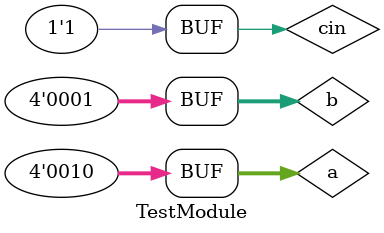
<source format=v>
`timescale 1ns / 1ps

module MultibitAdder(a,b,cin,sum,cout);
input [3:0] a,b;
input cin;
output [3:0]sum;
output cout;
assign {cout,sum}=a+b+cin;
endmodule


module TestModule;
// Inputs
reg [3:0] a;
reg [3:0] b;
reg cin;

// Outputs
wire [3:0] sum;
wire cout;


// Instantiate the Unit Under Test (UUT)
MultibitAdder uut (
.a(a),
.b(b),
.cin(cin),
.sum(sum),
.cout(cout)
);

initial begin
// Initialize Inputs
a = 0;
b = 0;
cin = 0;

#100;

a = 4'b0010;
b = 4'b0001;
cin = 1;

#100;

end
endmodule

</source>
